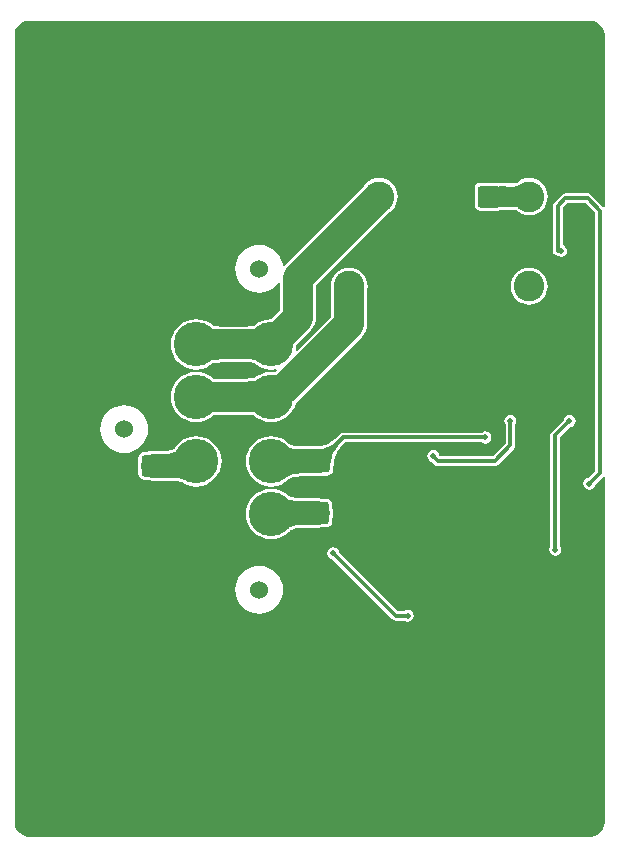
<source format=gbl>
G04*
G04 #@! TF.GenerationSoftware,Altium Limited,Altium Designer,20.2.5 (213)*
G04*
G04 Layer_Physical_Order=2*
G04 Layer_Color=16711680*
%FSLAX25Y25*%
%MOIN*%
G70*
G04*
G04 #@! TF.SameCoordinates,E7457EF0-435F-4A9A-9950-3147239DC6E2*
G04*
G04*
G04 #@! TF.FilePolarity,Positive*
G04*
G01*
G75*
%ADD54C,0.01181*%
%ADD59C,0.10236*%
%ADD60C,0.14803*%
%ADD61C,0.06000*%
%ADD62C,0.01968*%
G04:AMPARAMS|DCode=63|XSize=72.05mil|YSize=75.59mil|CornerRadius=9.73mil|HoleSize=0mil|Usage=FLASHONLY|Rotation=0.000|XOffset=0mil|YOffset=0mil|HoleType=Round|Shape=RoundedRectangle|*
%AMROUNDEDRECTD63*
21,1,0.07205,0.05614,0,0,0.0*
21,1,0.05259,0.07559,0,0,0.0*
1,1,0.01945,0.02630,-0.02807*
1,1,0.01945,-0.02630,-0.02807*
1,1,0.01945,-0.02630,0.02807*
1,1,0.01945,0.02630,0.02807*
%
%ADD63ROUNDEDRECTD63*%
G04:AMPARAMS|DCode=64|XSize=72.05mil|YSize=75.59mil|CornerRadius=9.73mil|HoleSize=0mil|Usage=FLASHONLY|Rotation=270.000|XOffset=0mil|YOffset=0mil|HoleType=Round|Shape=RoundedRectangle|*
%AMROUNDEDRECTD64*
21,1,0.07205,0.05614,0,0,270.0*
21,1,0.05259,0.07559,0,0,270.0*
1,1,0.01945,-0.02807,-0.02630*
1,1,0.01945,-0.02807,0.02630*
1,1,0.01945,0.02807,0.02630*
1,1,0.01945,0.02807,-0.02630*
%
%ADD64ROUNDEDRECTD64*%
%ADD65C,0.07874*%
%ADD66C,0.09843*%
%ADD67C,0.06693*%
G36*
X155901Y199000D02*
X156807Y198625D01*
X157623Y198080D01*
X158316Y197386D01*
X158861Y196571D01*
X159236Y195665D01*
X159428Y194703D01*
Y194213D01*
Y137257D01*
X159292Y137162D01*
X158928Y137067D01*
X154867Y141127D01*
X154341Y141479D01*
X153720Y141602D01*
X146280D01*
X145659Y141479D01*
X145133Y141127D01*
X142554Y138548D01*
X142202Y138022D01*
X142079Y137402D01*
Y122441D01*
X142202Y121820D01*
X142554Y121294D01*
X143080Y120943D01*
X143701Y120819D01*
X143729Y120825D01*
X144108Y120572D01*
X144882Y120418D01*
X145656Y120572D01*
X146312Y121010D01*
X146751Y121667D01*
X146905Y122441D01*
X146751Y123215D01*
X146312Y123872D01*
X145656Y124310D01*
X145323Y124376D01*
Y136730D01*
X146951Y138359D01*
X153049D01*
X156252Y135155D01*
Y49097D01*
X153974Y46818D01*
X153537Y46731D01*
X152881Y46293D01*
X152442Y45636D01*
X152288Y44862D01*
X152442Y44088D01*
X152881Y43432D01*
X153537Y42993D01*
X154311Y42839D01*
X155085Y42993D01*
X155742Y43432D01*
X156180Y44088D01*
X156267Y44524D01*
X156268Y44526D01*
X158928Y47185D01*
X159292Y47089D01*
X159428Y46995D01*
Y-67835D01*
Y-68325D01*
X159236Y-69287D01*
X158861Y-70193D01*
X158316Y-71008D01*
X157623Y-71702D01*
X156807Y-72247D01*
X155901Y-72622D01*
X154939Y-72813D01*
X154449D01*
X-32283Y-72813D01*
X-32283Y-72813D01*
X-32283Y-72813D01*
X-32774Y-72813D01*
X-33735Y-72621D01*
X-34640Y-72246D01*
X-35455Y-71701D01*
X-36148Y-71007D01*
X-36692Y-70192D01*
X-37067Y-69286D01*
X-37258Y-68325D01*
Y-67835D01*
Y144213D01*
X-37262Y144225D01*
Y194213D01*
Y194703D01*
X-37071Y195665D01*
X-36696Y196571D01*
X-36151Y197386D01*
X-35457Y198080D01*
X-34642Y198625D01*
X-33736Y199000D01*
X-32774Y199191D01*
X154939D01*
X155901Y199000D01*
D02*
G37*
G36*
X155703Y45419D02*
X155625Y45340D01*
X155396Y45078D01*
X155360Y45026D01*
X155331Y44979D01*
X155311Y44938D01*
X155299Y44902D01*
X155295Y44872D01*
X154321Y45846D01*
X154351Y45850D01*
X154387Y45862D01*
X154428Y45882D01*
X154474Y45911D01*
X154526Y45948D01*
X154647Y46046D01*
X154789Y46176D01*
X154868Y46254D01*
X155703Y45419D01*
D02*
G37*
%LPC*%
G36*
X134252Y146699D02*
X133053Y146581D01*
X131899Y146231D01*
X130836Y145663D01*
X130052Y145019D01*
X128093Y144897D01*
X124843Y144969D01*
X124520Y144993D01*
X124391Y145010D01*
X124372Y145014D01*
X124338Y145024D01*
X124307Y145027D01*
X123673Y145153D01*
X118059D01*
X117290Y145000D01*
X116637Y144564D01*
X116201Y143911D01*
X116048Y143141D01*
Y137882D01*
X116201Y137112D01*
X116637Y136460D01*
X117290Y136024D01*
X118059Y135871D01*
X123673D01*
X124117Y135959D01*
X129342Y136100D01*
X129902Y136068D01*
X130083Y136047D01*
X130101Y136043D01*
X130836Y135440D01*
X131899Y134871D01*
X133053Y134522D01*
X134252Y134404D01*
X135451Y134522D01*
X136605Y134871D01*
X137668Y135440D01*
X138599Y136204D01*
X139364Y137136D01*
X139932Y138199D01*
X140281Y139352D01*
X140400Y140551D01*
X140281Y141751D01*
X139932Y142904D01*
X139364Y143967D01*
X138599Y144898D01*
X137668Y145663D01*
X136605Y146231D01*
X135451Y146581D01*
X134252Y146699D01*
D02*
G37*
G36*
X84252D02*
X83053Y146581D01*
X81899Y146231D01*
X80836Y145663D01*
X79905Y144898D01*
X79140Y143967D01*
X79011Y143725D01*
X52978Y117692D01*
X52613Y117246D01*
X52095Y117403D01*
X52031Y118051D01*
X51577Y119547D01*
X50841Y120925D01*
X49849Y122133D01*
X48641Y123124D01*
X47263Y123861D01*
X45768Y124314D01*
X44213Y124468D01*
X42658Y124314D01*
X41162Y123861D01*
X39784Y123124D01*
X38576Y122133D01*
X37585Y120925D01*
X36848Y119547D01*
X36394Y118051D01*
X36241Y116496D01*
X36394Y114941D01*
X36848Y113445D01*
X37585Y112067D01*
X38576Y110859D01*
X39784Y109868D01*
X41162Y109131D01*
X42658Y108678D01*
X44213Y108525D01*
X45768Y108678D01*
X47263Y109131D01*
X48641Y109868D01*
X49849Y110859D01*
X50735Y111939D01*
X51235Y111776D01*
Y102661D01*
X50297Y101723D01*
X48676Y100180D01*
X48136Y99721D01*
X48062Y99666D01*
X46581Y99520D01*
X44998Y99040D01*
X43538Y98260D01*
X42513Y97419D01*
X38394Y97190D01*
X32103D01*
X29866Y97245D01*
X29160Y97302D01*
X29068Y97316D01*
X27919Y98260D01*
X26459Y99040D01*
X24875Y99520D01*
X23228Y99682D01*
X21581Y99520D01*
X19998Y99040D01*
X18538Y98260D01*
X17259Y97210D01*
X16209Y95930D01*
X15429Y94471D01*
X14948Y92887D01*
X14786Y91240D01*
X14948Y89593D01*
X15429Y88010D01*
X16209Y86550D01*
X17259Y85271D01*
X18538Y84221D01*
X19998Y83441D01*
X21581Y82960D01*
X23228Y82798D01*
X24875Y82960D01*
X26459Y83441D01*
X27919Y84221D01*
X28943Y85062D01*
X33063Y85290D01*
X39354D01*
X41590Y85235D01*
X42297Y85178D01*
X42388Y85164D01*
X43538Y84221D01*
X44998Y83441D01*
X46581Y82960D01*
X48228Y82798D01*
X49875Y82960D01*
X49967Y82988D01*
X50212Y82540D01*
X50174Y82507D01*
X49870Y82276D01*
X49631Y82116D01*
X49520Y82055D01*
X48228Y82182D01*
X46581Y82020D01*
X44998Y81540D01*
X43538Y80760D01*
X42513Y79919D01*
X38394Y79690D01*
X32103D01*
X29866Y79745D01*
X29160Y79802D01*
X29068Y79816D01*
X27919Y80760D01*
X26459Y81540D01*
X24875Y82020D01*
X23228Y82182D01*
X21581Y82020D01*
X19998Y81540D01*
X18538Y80760D01*
X17259Y79710D01*
X16209Y78430D01*
X15429Y76971D01*
X14948Y75387D01*
X14786Y73740D01*
X14948Y72093D01*
X15429Y70509D01*
X16209Y69050D01*
X17259Y67771D01*
X18538Y66721D01*
X19998Y65941D01*
X21581Y65460D01*
X23228Y65298D01*
X24875Y65460D01*
X26459Y65941D01*
X27919Y66721D01*
X28943Y67562D01*
X33063Y67790D01*
X39354D01*
X41590Y67735D01*
X42297Y67678D01*
X42388Y67664D01*
X43538Y66721D01*
X44998Y65941D01*
X46581Y65460D01*
X48228Y65298D01*
X49875Y65460D01*
X51459Y65941D01*
X52919Y66721D01*
X54198Y67771D01*
X55248Y69050D01*
X56028Y70509D01*
X56402Y71742D01*
X56444Y71777D01*
X78459Y93792D01*
X79199Y94694D01*
X79749Y95722D01*
X80088Y96838D01*
X80202Y97999D01*
Y109168D01*
X80282Y109431D01*
X80400Y110630D01*
X80282Y111829D01*
X79932Y112982D01*
X79364Y114045D01*
X78599Y114977D01*
X77667Y115742D01*
X76605Y116310D01*
X75451Y116659D01*
X74252Y116778D01*
X73053Y116659D01*
X71899Y116310D01*
X70837Y115742D01*
X69905Y114977D01*
X69140Y114045D01*
X68572Y112982D01*
X68222Y111829D01*
X68104Y110630D01*
X68222Y109431D01*
X68302Y109168D01*
Y100464D01*
X56834Y88996D01*
X56405Y89253D01*
X56508Y89593D01*
X56638Y90912D01*
X59390Y93987D01*
X61392Y95990D01*
X62132Y96891D01*
X62682Y97920D01*
X63021Y99036D01*
X63135Y100197D01*
Y111020D01*
X87425Y135310D01*
X87667Y135440D01*
X88599Y136204D01*
X89364Y137136D01*
X89932Y138199D01*
X90282Y139352D01*
X90400Y140551D01*
X90282Y141751D01*
X89932Y142904D01*
X89364Y143967D01*
X88599Y144898D01*
X87667Y145663D01*
X86605Y146231D01*
X85451Y146581D01*
X84252Y146699D01*
D02*
G37*
G36*
X134252Y116778D02*
X133053Y116659D01*
X131899Y116310D01*
X130836Y115742D01*
X129905Y114977D01*
X129140Y114045D01*
X128572Y112982D01*
X128222Y111829D01*
X128104Y110630D01*
X128222Y109431D01*
X128572Y108277D01*
X129140Y107214D01*
X129905Y106283D01*
X130836Y105518D01*
X131899Y104950D01*
X133053Y104600D01*
X134252Y104482D01*
X135451Y104600D01*
X136605Y104950D01*
X137668Y105518D01*
X138599Y106283D01*
X139364Y107214D01*
X139932Y108277D01*
X140281Y109431D01*
X140400Y110630D01*
X140281Y111829D01*
X139932Y112982D01*
X139364Y114045D01*
X138599Y114977D01*
X137668Y115742D01*
X136605Y116310D01*
X135451Y116659D01*
X134252Y116778D01*
D02*
G37*
G36*
X119567Y62259D02*
X118792Y62105D01*
X118422Y61858D01*
X118420Y61858D01*
X72205D01*
X71584Y61734D01*
X71058Y61383D01*
X70860Y61185D01*
X69406Y59839D01*
X68631Y59214D01*
X67878Y58672D01*
X67158Y58217D01*
X66472Y57850D01*
X65823Y57568D01*
X65211Y57369D01*
X64638Y57249D01*
X64269Y57216D01*
X64213Y57224D01*
X58008D01*
X56788Y57308D01*
X56219Y57386D01*
X55709Y57486D01*
X55271Y57603D01*
X54905Y57734D01*
X54615Y57872D01*
X54397Y58010D01*
X54287Y58104D01*
X54198Y58214D01*
X52919Y59263D01*
X51459Y60044D01*
X49875Y60524D01*
X48228Y60686D01*
X46581Y60524D01*
X44998Y60044D01*
X43538Y59263D01*
X42259Y58214D01*
X41209Y56934D01*
X40429Y55475D01*
X39948Y53891D01*
X39786Y52244D01*
X39948Y50597D01*
X40429Y49013D01*
X41209Y47554D01*
X42259Y46275D01*
X43538Y45225D01*
X44998Y44445D01*
X46581Y43964D01*
X48228Y43802D01*
X49875Y43964D01*
X51459Y44445D01*
X52919Y45225D01*
X54198Y46275D01*
X54287Y46384D01*
X54397Y46479D01*
X54615Y46617D01*
X54905Y46755D01*
X55271Y46885D01*
X55709Y47002D01*
X56219Y47102D01*
X56788Y47180D01*
X58008Y47265D01*
X64213D01*
X65439Y47426D01*
X66842D01*
X67612Y47579D01*
X68265Y48015D01*
X68700Y48667D01*
X68854Y49437D01*
Y50547D01*
X69023Y50955D01*
X69192Y52244D01*
X69185Y52300D01*
X69217Y52669D01*
X69338Y53242D01*
X69537Y53854D01*
X69819Y54504D01*
X70186Y55190D01*
X70640Y55910D01*
X71175Y56652D01*
X72543Y58266D01*
X72878Y58614D01*
X118422D01*
X118792Y58367D01*
X119567Y58213D01*
X120341Y58367D01*
X120997Y58806D01*
X121436Y59462D01*
X121590Y60236D01*
X121436Y61010D01*
X120997Y61667D01*
X120341Y62105D01*
X119567Y62259D01*
D02*
G37*
G36*
X-787Y70964D02*
X-2342Y70810D01*
X-3838Y70357D01*
X-5216Y69620D01*
X-6424Y68629D01*
X-7415Y67421D01*
X-8152Y66043D01*
X-8606Y64547D01*
X-8759Y62992D01*
X-8606Y61437D01*
X-8152Y59942D01*
X-7415Y58563D01*
X-6424Y57355D01*
X-5216Y56364D01*
X-3838Y55628D01*
X-2342Y55174D01*
X-787Y55021D01*
X768Y55174D01*
X2263Y55628D01*
X3641Y56364D01*
X4849Y57355D01*
X5841Y58563D01*
X6577Y59942D01*
X7031Y61437D01*
X7184Y62992D01*
X7031Y64547D01*
X6577Y66043D01*
X5841Y67421D01*
X4849Y68629D01*
X3641Y69620D01*
X2263Y70357D01*
X768Y70810D01*
X-787Y70964D01*
D02*
G37*
G36*
X127953Y67771D02*
X127179Y67617D01*
X126522Y67179D01*
X126084Y66522D01*
X125930Y65748D01*
X126084Y64974D01*
X126331Y64604D01*
X126331Y64602D01*
Y58300D01*
X122015Y53984D01*
X104609D01*
X104180Y54412D01*
X104094Y54849D01*
X103655Y55505D01*
X102999Y55944D01*
X102224Y56098D01*
X101450Y55944D01*
X100794Y55505D01*
X100355Y54849D01*
X100201Y54075D01*
X100355Y53301D01*
X100794Y52644D01*
X101450Y52206D01*
X101887Y52119D01*
X101888Y52118D01*
X102790Y51215D01*
X103316Y50864D01*
X103937Y50740D01*
X122687D01*
X123308Y50864D01*
X123834Y51215D01*
X129100Y56481D01*
X129451Y57007D01*
X129575Y57628D01*
Y64604D01*
X129822Y64974D01*
X129976Y65748D01*
X129822Y66522D01*
X129383Y67179D01*
X128727Y67617D01*
X127953Y67771D01*
D02*
G37*
G36*
X23228Y60686D02*
X21581Y60524D01*
X19998Y60044D01*
X18538Y59263D01*
X17259Y58214D01*
X16209Y56934D01*
X16131Y56788D01*
X16024Y56652D01*
X15852Y56498D01*
X15613Y56343D01*
X15297Y56192D01*
X14904Y56053D01*
X14432Y55933D01*
X13897Y55838D01*
X12646Y55728D01*
X8661D01*
X7373Y55558D01*
X6965Y55389D01*
X5855D01*
X5085Y55236D01*
X4432Y54800D01*
X3996Y54147D01*
X3843Y53378D01*
Y51974D01*
X3682Y50748D01*
X3843Y49522D01*
Y48118D01*
X3996Y47349D01*
X4432Y46696D01*
X5085Y46260D01*
X5855Y46107D01*
X6965D01*
X7373Y45938D01*
X8661Y45768D01*
X14974D01*
X15972Y45730D01*
X17110Y45621D01*
X17554Y45552D01*
X17930Y45473D01*
X18221Y45390D01*
X18421Y45312D01*
X18456Y45292D01*
X18538Y45225D01*
X19998Y44445D01*
X21581Y43964D01*
X23228Y43802D01*
X24875Y43964D01*
X26459Y44445D01*
X27919Y45225D01*
X29198Y46275D01*
X30248Y47554D01*
X31028Y49013D01*
X31508Y50597D01*
X31671Y52244D01*
X31508Y53891D01*
X31028Y55475D01*
X30248Y56934D01*
X29198Y58214D01*
X27919Y59263D01*
X26459Y60044D01*
X24875Y60524D01*
X23228Y60686D01*
D02*
G37*
G36*
X48228Y43186D02*
X46581Y43024D01*
X44998Y42544D01*
X43538Y41763D01*
X42259Y40714D01*
X41209Y39434D01*
X40429Y37975D01*
X39948Y36391D01*
X39786Y34744D01*
X39948Y33097D01*
X40429Y31513D01*
X41209Y30054D01*
X42259Y28774D01*
X43538Y27725D01*
X44998Y26945D01*
X46581Y26464D01*
X48228Y26302D01*
X49875Y26464D01*
X51459Y26945D01*
X52919Y27725D01*
X54198Y28774D01*
X54407Y29029D01*
X54412Y29032D01*
X54625Y29231D01*
X54837Y29376D01*
X55121Y29520D01*
X55478Y29658D01*
X55910Y29781D01*
X56414Y29886D01*
X56976Y29969D01*
X58208Y30060D01*
X63858D01*
X65084Y30221D01*
X66488D01*
X67258Y30374D01*
X67910Y30810D01*
X68346Y31463D01*
X68499Y32232D01*
Y33343D01*
X68668Y33751D01*
X68838Y35039D01*
X68668Y36328D01*
X68499Y36736D01*
Y37846D01*
X68346Y38616D01*
X67910Y39268D01*
X67258Y39704D01*
X66488Y39858D01*
X65084D01*
X63858Y40019D01*
X57704D01*
X57253Y40040D01*
X55994Y40171D01*
X55490Y40263D01*
X55045Y40373D01*
X54674Y40495D01*
X54378Y40626D01*
X54157Y40755D01*
X53939Y40929D01*
X53930Y40934D01*
X52919Y41763D01*
X51459Y42544D01*
X49875Y43024D01*
X48228Y43186D01*
D02*
G37*
G36*
X147638Y67771D02*
X146864Y67617D01*
X146207Y67179D01*
X145769Y66522D01*
X145682Y66086D01*
X145681Y66084D01*
X141767Y62170D01*
X141415Y61644D01*
X141292Y61024D01*
Y23979D01*
X141044Y23609D01*
X140890Y22835D01*
X141044Y22061D01*
X141483Y21404D01*
X142139Y20966D01*
X142913Y20811D01*
X143688Y20966D01*
X144344Y21404D01*
X144782Y22061D01*
X144937Y22835D01*
X144782Y23609D01*
X144535Y23979D01*
X144535Y23981D01*
Y60352D01*
X147975Y63792D01*
X148412Y63879D01*
X149068Y64318D01*
X149507Y64974D01*
X149661Y65748D01*
X149507Y66522D01*
X149068Y67179D01*
X148412Y67617D01*
X147638Y67771D01*
D02*
G37*
G36*
X44213Y17460D02*
X42658Y17307D01*
X41162Y16853D01*
X39784Y16116D01*
X38576Y15125D01*
X37585Y13917D01*
X36848Y12539D01*
X36394Y11043D01*
X36241Y9488D01*
X36394Y7933D01*
X36848Y6438D01*
X37585Y5060D01*
X38576Y3852D01*
X39784Y2860D01*
X41162Y2124D01*
X42658Y1670D01*
X44213Y1517D01*
X45768Y1670D01*
X47263Y2124D01*
X48641Y2860D01*
X49849Y3852D01*
X50841Y5060D01*
X51577Y6438D01*
X52031Y7933D01*
X52184Y9488D01*
X52031Y11043D01*
X51577Y12539D01*
X50841Y13917D01*
X49849Y15125D01*
X48641Y16116D01*
X47263Y16853D01*
X45768Y17307D01*
X44213Y17460D01*
D02*
G37*
G36*
X68898Y23677D02*
X68123Y23523D01*
X67467Y23084D01*
X67028Y22428D01*
X66874Y21654D01*
X67028Y20879D01*
X67467Y20223D01*
X68123Y19784D01*
X68560Y19698D01*
X68561Y19696D01*
X88617Y-359D01*
X89143Y-711D01*
X89764Y-834D01*
X92556D01*
X92927Y-1082D01*
X93701Y-1236D01*
X94475Y-1082D01*
X95131Y-643D01*
X95570Y13D01*
X95724Y787D01*
X95570Y1562D01*
X95131Y2218D01*
X94475Y2657D01*
X93701Y2811D01*
X92927Y2657D01*
X92557Y2409D01*
X92555Y2409D01*
X90435D01*
X70854Y21991D01*
X70767Y22428D01*
X70328Y23084D01*
X69672Y23523D01*
X68898Y23677D01*
D02*
G37*
%LPD*%
G36*
X130571Y143860D02*
X131022Y143858D01*
Y137165D01*
X130623Y137155D01*
X130625Y136941D01*
X130552Y136983D01*
X130422Y137022D01*
X130235Y137055D01*
X129992Y137084D01*
X129357Y137120D01*
X124048Y136977D01*
Y144046D01*
X124168Y144011D01*
X124417Y143979D01*
X124794Y143950D01*
X128113Y143877D01*
X130361Y144017D01*
X130493Y144059D01*
X130570Y144106D01*
X130571Y143860D01*
D02*
G37*
G36*
X58758Y94810D02*
X55629Y91314D01*
X48302Y98641D01*
X48403Y98672D01*
X48559Y98765D01*
X48770Y98921D01*
X49358Y99422D01*
X51199Y101174D01*
X51798Y101769D01*
X58758Y94810D01*
D02*
G37*
G36*
X42943Y86059D02*
X42850Y86108D01*
X42674Y86153D01*
X42414Y86192D01*
X41644Y86254D01*
X39103Y86316D01*
X38259Y86319D01*
Y96161D01*
X42943Y96421D01*
Y86059D01*
D02*
G37*
G36*
X28607Y96372D02*
X28783Y96328D01*
X29043Y96289D01*
X29812Y96226D01*
X32354Y96164D01*
X33198Y96161D01*
Y86319D01*
X28514Y86059D01*
Y96421D01*
X28607Y96372D01*
D02*
G37*
G36*
X60890Y77677D02*
X55536Y72566D01*
X49549Y81023D01*
X49703Y81032D01*
X49907Y81105D01*
X50160Y81243D01*
X50463Y81446D01*
X50815Y81714D01*
X51667Y82443D01*
X53315Y84022D01*
X60890Y77677D01*
D02*
G37*
G36*
X42943Y68559D02*
X42850Y68608D01*
X42674Y68653D01*
X42414Y68692D01*
X41644Y68754D01*
X39103Y68816D01*
X38259Y68819D01*
Y78661D01*
X42943Y78921D01*
Y68559D01*
D02*
G37*
G36*
X28607Y78872D02*
X28783Y78828D01*
X29043Y78789D01*
X29812Y78726D01*
X32354Y78664D01*
X33198Y78661D01*
Y68819D01*
X28514Y68559D01*
Y78921D01*
X28607Y78872D01*
D02*
G37*
G36*
X118864Y59547D02*
X118840Y59566D01*
X118806Y59583D01*
X118762Y59597D01*
X118709Y59610D01*
X118647Y59621D01*
X118492Y59637D01*
X118299Y59645D01*
X118189Y59646D01*
Y60827D01*
X118299Y60828D01*
X118647Y60851D01*
X118709Y60862D01*
X118762Y60875D01*
X118806Y60890D01*
X118840Y60906D01*
X118864Y60925D01*
Y59547D01*
D02*
G37*
G36*
X72622Y59819D02*
X71786Y58950D01*
X70372Y57281D01*
X69795Y56481D01*
X69304Y55703D01*
X68900Y54948D01*
X68582Y54216D01*
X68351Y53506D01*
X68207Y52819D01*
X68149Y52155D01*
X64123Y56180D01*
X64788Y56238D01*
X65474Y56383D01*
X66184Y56614D01*
X66916Y56931D01*
X67671Y57336D01*
X68449Y57826D01*
X69249Y58403D01*
X70073Y59067D01*
X71787Y60654D01*
X72622Y59819D01*
D02*
G37*
G36*
X53788Y57189D02*
X54121Y56977D01*
X54514Y56791D01*
X54967Y56629D01*
X55480Y56492D01*
X56052Y56380D01*
X56683Y56293D01*
X58126Y56194D01*
X58937Y56181D01*
Y48307D01*
X58126Y48295D01*
X56683Y48195D01*
X56052Y48108D01*
X55480Y47996D01*
X54967Y47859D01*
X54514Y47697D01*
X54121Y47511D01*
X53788Y47299D01*
X53514Y47063D01*
Y57425D01*
X53788Y57189D01*
D02*
G37*
G36*
X128623Y65021D02*
X128606Y64987D01*
X128592Y64944D01*
X128579Y64891D01*
X128568Y64828D01*
X128552Y64674D01*
X128544Y64481D01*
X128543Y64370D01*
X127362D01*
X127361Y64481D01*
X127338Y64828D01*
X127327Y64891D01*
X127314Y64944D01*
X127299Y64987D01*
X127283Y65021D01*
X127264Y65045D01*
X128642D01*
X128623Y65021D01*
D02*
G37*
G36*
X103212Y54035D02*
X103225Y53999D01*
X103245Y53958D01*
X103273Y53911D01*
X103310Y53859D01*
X103408Y53739D01*
X103539Y53597D01*
X103616Y53518D01*
X102781Y52683D01*
X102702Y52761D01*
X102440Y52989D01*
X102388Y53026D01*
X102341Y53054D01*
X102300Y53075D01*
X102264Y53087D01*
X102234Y53091D01*
X103209Y54065D01*
X103212Y54035D01*
D02*
G37*
G36*
X19099Y46101D02*
X18856Y46236D01*
X18548Y46357D01*
X18175Y46463D01*
X17738Y46556D01*
X17237Y46634D01*
X16040Y46747D01*
X14585Y46804D01*
X13761Y46811D01*
X11800Y54685D01*
X12607Y54701D01*
X14031Y54826D01*
X14647Y54935D01*
X15200Y55076D01*
X15688Y55248D01*
X16113Y55452D01*
X16474Y55686D01*
X16771Y55953D01*
X17004Y56250D01*
X19099Y46101D01*
D02*
G37*
G36*
X53578Y39912D02*
X53913Y39716D01*
X54308Y39543D01*
X54762Y39392D01*
X55276Y39265D01*
X55850Y39161D01*
X57176Y39023D01*
X57929Y38988D01*
X58741Y38976D01*
X59113Y31102D01*
X58303Y31089D01*
X56864Y30983D01*
X56235Y30891D01*
X55665Y30771D01*
X55155Y30626D01*
X54706Y30453D01*
X54316Y30255D01*
X53986Y30030D01*
X53717Y29778D01*
X53303Y40132D01*
X53578Y39912D01*
D02*
G37*
G36*
X147628Y64764D02*
X147598Y64760D01*
X147562Y64748D01*
X147521Y64728D01*
X147474Y64699D01*
X147422Y64663D01*
X147302Y64565D01*
X147160Y64434D01*
X147081Y64356D01*
X146246Y65191D01*
X146324Y65270D01*
X146552Y65533D01*
X146589Y65584D01*
X146617Y65631D01*
X146638Y65672D01*
X146650Y65708D01*
X146654Y65738D01*
X147628Y64764D01*
D02*
G37*
G36*
X143505Y24102D02*
X143529Y23755D01*
X143539Y23692D01*
X143552Y23639D01*
X143567Y23595D01*
X143584Y23562D01*
X143602Y23538D01*
X142224D01*
X142243Y23562D01*
X142260Y23595D01*
X142275Y23639D01*
X142287Y23692D01*
X142298Y23755D01*
X142314Y23909D01*
X142322Y24102D01*
X142323Y24213D01*
X143504D01*
X143505Y24102D01*
D02*
G37*
G36*
X69886Y21613D02*
X69898Y21578D01*
X69918Y21537D01*
X69946Y21490D01*
X69983Y21438D01*
X70081Y21318D01*
X70212Y21176D01*
X70290Y21097D01*
X69454Y20262D01*
X69375Y20339D01*
X69113Y20568D01*
X69061Y20605D01*
X69015Y20633D01*
X68973Y20653D01*
X68938Y20665D01*
X68907Y20669D01*
X69882Y21644D01*
X69886Y21613D01*
D02*
G37*
G36*
X92998Y98D02*
X92974Y117D01*
X92940Y134D01*
X92897Y149D01*
X92844Y161D01*
X92781Y172D01*
X92627Y188D01*
X92434Y196D01*
X92323Y197D01*
Y1378D01*
X92434Y1379D01*
X92781Y1403D01*
X92844Y1413D01*
X92897Y1426D01*
X92940Y1441D01*
X92974Y1458D01*
X92998Y1476D01*
Y98D01*
D02*
G37*
D54*
X143701Y122441D02*
Y137402D01*
X127953Y57628D02*
Y65748D01*
X122687Y52362D02*
X127953Y57628D01*
X103937Y52362D02*
X122687D01*
X102224Y54075D02*
X103937Y52362D01*
X68898Y21654D02*
X89764Y787D01*
X93701D01*
X143701Y137402D02*
X146280Y139980D01*
X153720D01*
X64213Y52244D02*
X72205Y60236D01*
X119567D01*
X142913Y61024D02*
X147638Y65748D01*
X142913Y22835D02*
Y61024D01*
X154311Y44862D02*
X157874Y48425D01*
Y135827D01*
X153720Y139980D02*
X157874Y135827D01*
D59*
X134252Y140551D02*
D03*
Y110630D02*
D03*
X74252D02*
D03*
X84252Y140551D02*
D03*
D60*
X48228Y34744D02*
D03*
Y52244D02*
D03*
Y73740D02*
D03*
Y91240D02*
D03*
X23228D02*
D03*
Y73740D02*
D03*
Y52244D02*
D03*
Y34744D02*
D03*
D61*
X-787Y62992D02*
D03*
X44213Y116496D02*
D03*
Y9488D02*
D03*
D62*
X127953Y65748D02*
D03*
X102224Y54075D02*
D03*
X93701Y787D02*
D03*
X56299Y-55118D02*
D03*
X95276D02*
D03*
X134646D02*
D03*
X122913Y23150D02*
D03*
X144882Y122441D02*
D03*
X154311Y44862D02*
D03*
X142913Y3150D02*
D03*
X147638Y-2165D02*
D03*
X85433Y85433D02*
D03*
X122913Y3228D02*
D03*
X75787Y78543D02*
D03*
X119567Y60236D02*
D03*
X147638Y65748D02*
D03*
X142913Y22835D02*
D03*
X153937Y59842D02*
D03*
X47244Y148150D02*
D03*
X110827Y30118D02*
D03*
X152795Y78701D02*
D03*
X147638Y85827D02*
D03*
X127795Y85984D02*
D03*
X99213Y31102D02*
D03*
X132913Y22992D02*
D03*
X98622Y65158D02*
D03*
X68898Y21654D02*
D03*
X120472Y55689D02*
D03*
X134252Y100000D02*
D03*
X105118Y38189D02*
D03*
X72047Y65354D02*
D03*
X68917Y6673D02*
D03*
X87008Y44094D02*
D03*
X68504Y44075D02*
D03*
X154724Y126378D02*
D03*
Y129921D02*
D03*
Y133465D02*
D03*
D63*
X77953Y35039D02*
D03*
X63858D02*
D03*
X78307Y52244D02*
D03*
X64213D02*
D03*
D64*
X8661Y36654D02*
D03*
Y50748D02*
D03*
X120866Y126417D02*
D03*
Y140512D02*
D03*
D65*
X21732Y50748D02*
X23228Y52244D01*
X8661Y50748D02*
X21732D01*
X48228Y34744D02*
X48524Y35039D01*
X63858D01*
X48228Y52244D02*
X64213D01*
D66*
X23228Y91240D02*
X48228D01*
X57185Y100197D01*
Y113484D01*
X84252Y140551D01*
X52237Y75984D02*
X74252Y97999D01*
X50472Y75984D02*
X52237D01*
X48228Y73740D02*
X50472Y75984D01*
X74252Y97999D02*
Y110630D01*
X23228Y73740D02*
X48228D01*
D67*
X120866Y140512D02*
X133819D01*
M02*

</source>
